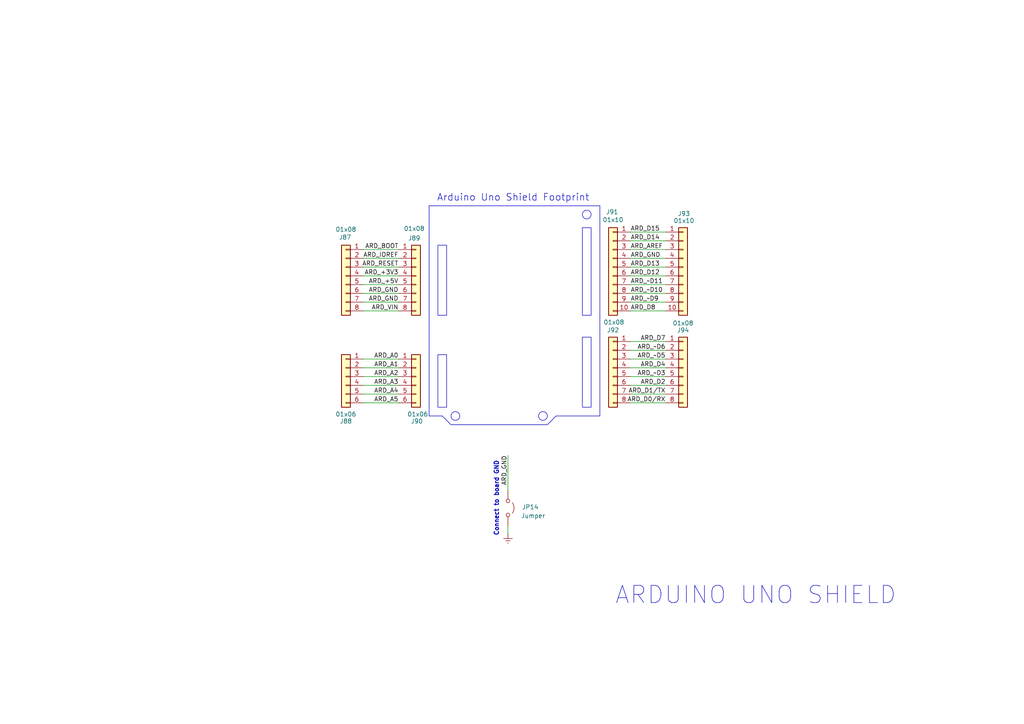
<source format=kicad_sch>
(kicad_sch (version 20231120) (generator "eeschema") (generator_version "8.0")
  (paper "A4")
  (title_block (title "ProtoConn Schematics") (date "2024-12-01") (rev "1") (company "@pakequis"))
  (lib_symbols
    (symbol "Connector_Generic:Conn_01x06" (pin_names (offset 1.016) hide)
      (property "Reference" "J" (at 0 7.62 0))
      (property "Value" "Conn_01x06" (at 0 -10.16 0))
      (symbol "Conn_01x06_1_1"
        (rectangle (start -1.27 -7.493) (end 0 -7.747) (stroke (width 0.1524)))
        (rectangle (start -1.27 -4.953) (end 0 -5.207) (stroke (width 0.1524)))
        (rectangle (start -1.27 -2.413) (end 0 -2.667) (stroke (width 0.1524)))
        (rectangle (start -1.27 0.127) (end 0 -0.127) (stroke (width 0.1524)))
        (rectangle (start -1.27 2.667) (end 0 2.413) (stroke (width 0.1524)))
        (rectangle (start -1.27 5.207) (end 0 4.953) (stroke (width 0.1524)))
        (rectangle (start -1.27 6.35) (end 1.27 -8.89) (stroke (width 0.254)) (fill (type background)))
        (pin passive line (at -5.08 5.08 0) (length 3.81) (name "Pin_1") (number "1"))
        (pin passive line (at -5.08 2.54 0) (length 3.81) (name "Pin_2") (number "2"))
        (pin passive line (at -5.08 0 0) (length 3.81) (name "Pin_3") (number "3"))
        (pin passive line (at -5.08 -2.54 0) (length 3.81) (name "Pin_4") (number "4"))
        (pin passive line (at -5.08 -5.08 0) (length 3.81) (name "Pin_5") (number "5"))
        (pin passive line (at -5.08 -7.62 0) (length 3.81) (name "Pin_6") (number "6"))
      )
    )
    (symbol "Connector_Generic:Conn_01x08" (pin_names (offset 1.016) hide)
      (property "Reference" "J" (at 0 10.16 0))
      (property "Value" "Conn_01x08" (at 0 -12.7 0))
      (symbol "Conn_01x08_1_1"
        (rectangle (start -1.27 -10.033) (end 0 -10.287) (stroke (width 0.1524)))
        (rectangle (start -1.27 -7.493) (end 0 -7.747) (stroke (width 0.1524)))
        (rectangle (start -1.27 -4.953) (end 0 -5.207) (stroke (width 0.1524)))
        (rectangle (start -1.27 -2.413) (end 0 -2.667) (stroke (width 0.1524)))
        (rectangle (start -1.27 0.127) (end 0 -0.127) (stroke (width 0.1524)))
        (rectangle (start -1.27 2.667) (end 0 2.413) (stroke (width 0.1524)))
        (rectangle (start -1.27 5.207) (end 0 4.953) (stroke (width 0.1524)))
        (rectangle (start -1.27 7.747) (end 0 7.493) (stroke (width 0.1524)))
        (rectangle (start -1.27 8.89) (end 1.27 -11.43) (stroke (width 0.254)) (fill (type background)))
        (pin passive line (at -5.08 7.62 0) (length 3.81) (name "Pin_1") (number "1"))
        (pin passive line (at -5.08 5.08 0) (length 3.81) (name "Pin_2") (number "2"))
        (pin passive line (at -5.08 2.54 0) (length 3.81) (name "Pin_3") (number "3"))
        (pin passive line (at -5.08 0 0) (length 3.81) (name "Pin_4") (number "4"))
        (pin passive line (at -5.08 -2.54 0) (length 3.81) (name "Pin_5") (number "5"))
        (pin passive line (at -5.08 -5.08 0) (length 3.81) (name "Pin_6") (number "6"))
        (pin passive line (at -5.08 -7.62 0) (length 3.81) (name "Pin_7") (number "7"))
        (pin passive line (at -5.08 -10.16 0) (length 3.81) (name "Pin_8") (number "8"))
      )
    )
    (symbol "Connector_Generic:Conn_01x10" (pin_names (offset 1.016) hide)
      (property "Reference" "J" (at 0 12.7 0))
      (property "Value" "Conn_01x10" (at 0 -15.24 0))
      (symbol "Conn_01x10_1_1"
        (rectangle (start -1.27 -12.573) (end 0 -12.827) (stroke (width 0.1524)))
        (rectangle (start -1.27 -10.033) (end 0 -10.287) (stroke (width 0.1524)))
        (rectangle (start -1.27 -7.493) (end 0 -7.747) (stroke (width 0.1524)))
        (rectangle (start -1.27 -4.953) (end 0 -5.207) (stroke (width 0.1524)))
        (rectangle (start -1.27 -2.413) (end 0 -2.667) (stroke (width 0.1524)))
        (rectangle (start -1.27 0.127) (end 0 -0.127) (stroke (width 0.1524)))
        (rectangle (start -1.27 2.667) (end 0 2.413) (stroke (width 0.1524)))
        (rectangle (start -1.27 5.207) (end 0 4.953) (stroke (width 0.1524)))
        (rectangle (start -1.27 7.747) (end 0 7.493) (stroke (width 0.1524)))
        (rectangle (start -1.27 10.287) (end 0 10.033) (stroke (width 0.1524)))
        (rectangle (start -1.27 11.43) (end 1.27 -13.97) (stroke (width 0.254)) (fill (type background)))
        (pin passive line (at -5.08 10.16 0) (length 3.81) (name "Pin_1") (number "1"))
        (pin passive line (at -5.08 -12.7 0) (length 3.81) (name "Pin_10") (number "10"))
        (pin passive line (at -5.08 7.62 0) (length 3.81) (name "Pin_2") (number "2"))
        (pin passive line (at -5.08 5.08 0) (length 3.81) (name "Pin_3") (number "3"))
        (pin passive line (at -5.08 2.54 0) (length 3.81) (name "Pin_4") (number "4"))
        (pin passive line (at -5.08 0 0) (length 3.81) (name "Pin_5") (number "5"))
        (pin passive line (at -5.08 -2.54 0) (length 3.81) (name "Pin_6") (number "6"))
        (pin passive line (at -5.08 -5.08 0) (length 3.81) (name "Pin_7") (number "7"))
        (pin passive line (at -5.08 -7.62 0) (length 3.81) (name "Pin_8") (number "8"))
        (pin passive line (at -5.08 -10.16 0) (length 3.81) (name "Pin_9") (number "9"))
      )
    )
    (symbol "Jumper:Jumper_2_Open" (pin_numbers hide) (pin_names (offset 0) hide) (exclude_from_sim yes)
      (property "Reference" "JP" (at 0 2.794 0))
      (property "Value" "Jumper_2_Open" (at 0 -2.286 0))
      (symbol "Jumper_2_Open_0_0"
        (circle (center -2.032 0) (radius 0.508))
        (circle (center 2.032 0) (radius 0.508))
      )
      (symbol "Jumper_2_Open_0_1"
        (arc (start 1.524 1.27) (mid 0 1.778) (end -1.524 1.27))
      )
      (symbol "Jumper_2_Open_1_1"
        (pin passive line (at -5.08 0 0) (length 2.54) (name "A") (number "1"))
        (pin passive line (at 5.08 0 180) (length 2.54) (name "B") (number "2"))
      )
    )
    (symbol "power:GNDREF" (power) (pin_numbers hide) (pin_names (offset 0) hide)
      (property "Value" "GNDREF" (at 0 -3.81 0))
      (symbol "GNDREF_0_1"
        (polyline (pts (xy -0.635 -1.905) (xy 0.635 -1.905)))
        (polyline (pts (xy -0.127 -2.54) (xy 0.127 -2.54)))
        (polyline (pts (xy 0 -1.27) (xy 0 0)))
        (polyline (pts (xy 1.27 -1.27) (xy -1.27 -1.27)))
      )
      (symbol "GNDREF_1_1"
        (pin power_in line (at 0 0 270) (length 0) (name "~") (number "1"))
      )
    )
  )
  (polyline (pts (xy 124.46 59.69) (xy 124.46 120.65)))
  (wire (pts (xy 105.41 90.17) (xy 115.57 90.17)))
  (wire (pts (xy 105.41 72.39) (xy 115.57 72.39)))
  (polyline (pts (xy 173.99 120.65) (xy 161.29 120.65)))
  (polyline (pts (xy 130.81 123.19) (xy 128.27 120.65)))
  (wire (pts (xy 193.04 67.31) (xy 182.88 67.31)))
  (wire (pts (xy 105.41 109.22) (xy 115.57 109.22)))
  (polyline (pts (xy 173.99 59.69) (xy 173.99 120.65)))
  (wire (pts (xy 182.88 114.3) (xy 193.04 114.3)))
  (wire (pts (xy 105.41 82.55) (xy 115.57 82.55)))
  (polyline (pts (xy 128.27 120.65) (xy 127 120.65)))
  (wire (pts (xy 182.88 106.68) (xy 193.04 106.68)))
  (wire (pts (xy 182.88 109.22) (xy 193.04 109.22)))
  (polyline (pts (xy 161.29 120.65) (xy 158.75 123.19)))
  (wire (pts (xy 105.41 80.01) (xy 115.57 80.01)))
  (wire (pts (xy 105.41 74.93) (xy 115.57 74.93)))
  (wire (pts (xy 193.04 90.17) (xy 182.88 90.17)))
  (wire (pts (xy 182.88 116.84) (xy 193.04 116.84)))
  (wire (pts (xy 105.41 114.3) (xy 115.57 114.3)))
  (wire (pts (xy 105.41 85.09) (xy 115.57 85.09)))
  (wire (pts (xy 105.41 111.76) (xy 115.57 111.76)))
  (wire (pts (xy 182.88 104.14) (xy 193.04 104.14)))
  (polyline (pts (xy 127 120.65) (xy 124.46 120.65)))
  (wire (pts (xy 105.41 104.14) (xy 115.57 104.14)))
  (wire (pts (xy 147.32 132.08) (xy 147.32 142.24)))
  (wire (pts (xy 193.04 72.39) (xy 182.88 72.39)))
  (wire (pts (xy 182.88 99.06) (xy 193.04 99.06)))
  (wire (pts (xy 105.41 116.84) (xy 115.57 116.84)))
  (wire (pts (xy 182.88 101.6) (xy 193.04 101.6)))
  (wire (pts (xy 193.04 85.09) (xy 182.88 85.09)))
  (wire (pts (xy 105.41 77.47) (xy 115.57 77.47)))
  (wire (pts (xy 193.04 77.47) (xy 182.88 77.47)))
  (wire (pts (xy 193.04 74.93) (xy 182.88 74.93)))
  (wire (pts (xy 193.04 87.63) (xy 182.88 87.63)))
  (wire (pts (xy 182.88 111.76) (xy 193.04 111.76)))
  (wire (pts (xy 193.04 80.01) (xy 182.88 80.01)))
  (wire (pts (xy 105.41 87.63) (xy 115.57 87.63)))
  (wire (pts (xy 193.04 82.55) (xy 182.88 82.55)))
  (wire (pts (xy 105.41 106.68) (xy 115.57 106.68)))
  (wire (pts (xy 193.04 69.85) (xy 182.88 69.85)))
  (wire (pts (xy 147.32 154.94) (xy 147.32 152.4)))
  (polyline (pts (xy 173.99 59.69) (xy 124.46 59.69)))
  (polyline (pts (xy 158.75 123.19) (xy 130.81 123.19)))
  (rectangle (start 127 102.87) (end 129.54 118.11))
  (rectangle (start 127 71.12) (end 129.54 91.44))
  (circle (center 170.18 62.23) (radius 1.27))
  (circle (center 157.48 120.65) (radius 1.27))
  (circle (center 132.08 120.65) (radius 1.27))
  (rectangle (start 168.91 66.04) (end 171.45 91.44))
  (rectangle (start 168.91 97.79) (end 171.45 118.11))
  (text "Arduino Uno Shield Footprint" (at 148.844 57.404 0) (effects (font (size 2 2))))
  (text "ARDUINO UNO SHIELD" (at 219.202 172.72 0) (effects (font (size 5 5))))
  (text "Connect to board GND" (at 144.018 133.604 90) (effects (font (size 1.27 1.27) (thickness 0.254) (bold yes)) (justify right)))
  (label "ARD_+3V3" (at 115.57 80.01 180))
  (label "ARD_+5V" (at 115.57 82.55 180))
  (label "ARD_~D11" (at 182.88 82.55 0))
  (label "ARD_GND" (at 115.57 87.63 180))
  (label "ARD_D1{slash}TX" (at 193.04 114.3 180))
  (label "ARD_IOREF" (at 115.57 74.93 180))
  (label "ARD_D13" (at 182.88 77.47 0))
  (label "ARD_~D9" (at 182.88 87.63 0))
  (label "ARD_D2" (at 193.04 111.76 180))
  (label "ARD_~D10" (at 182.88 85.09 0))
  (label "ARD_~D6" (at 193.04 101.6 180))
  (label "ARD_AREF" (at 182.88 72.39 0))
  (label "ARD_GND" (at 182.88 74.93 0))
  (label "ARD_RESET" (at 115.57 77.47 180))
  (label "ARD_VIN" (at 115.57 90.17 180))
  (label "ARD_A1" (at 115.57 106.68 180))
  (label "ARD_D0{slash}RX" (at 193.04 116.84 180))
  (label "ARD_GND" (at 147.32 132.08 270))
  (label "ARD_GND" (at 115.57 85.09 180))
  (label "ARD_A4" (at 115.57 114.3 180))
  (label "ARD_D7" (at 193.04 99.06 180))
  (label "ARD_D12" (at 182.88 80.01 0))
  (label "ARD_D14" (at 182.88 69.85 0))
  (label "ARD_D15" (at 182.88 67.31 0))
  (label "ARD_A0" (at 115.57 104.14 180))
  (label "ARD_A3" (at 115.57 111.76 180))
  (label "ARD_A2" (at 115.57 109.22 180))
  (label "ARD_BOOT" (at 115.57 72.39 180))
  (label "ARD_A5" (at 115.57 116.84 180))
  (label "ARD_~D3" (at 193.04 109.22 180))
  (label "ARD_D4" (at 193.04 106.68 180))
  (label "ARD_~D5" (at 193.04 104.14 180))
  (label "ARD_D8" (at 182.88 90.17 0))
  (symbol (lib_id "Connector_Generic:Conn_01x08") (at 100.33 80.01 0) (mirror y) (unit 1)
    (property "Reference" "J87" (at 100.076 68.834 0))
    (property "Value" "01x08" (at 100.33 66.548 0))
    (property "Footprint" "Connector_PinHeader_2.54mm:PinHeader_1x08_P2.54mm_Vertical" (effects (hide yes)))
    (property "Description" "Generic connector, single row, 01x08, script generated (kicad-library-utils/schlib/autogen/connector/)" (effects (hide yes)))
  )
  (symbol (lib_id "Connector_Generic:Conn_01x08") (at 177.8 106.68 0) (mirror y) (unit 1)
    (property "Reference" "J92" (at 177.8 95.758 0))
    (property "Value" "01x08" (at 178.054 93.472 0))
    (property "Footprint" "Connector_PinSocket_2.54mm:PinSocket_1x08_P2.54mm_Vertical" (effects (hide yes)))
    (property "Description" "Generic connector, single row, 01x08, script generated (kicad-library-utils/schlib/autogen/connector/)" (effects (hide yes)))
  )
  (symbol (lib_id "Connector_Generic:Conn_01x06") (at 120.65 109.22 0) (unit 1)
    (property "Reference" "J90" (at 120.904 122.174 0))
    (property "Value" "01x06" (at 121.158 120.142 0))
    (property "Footprint" "Connector_PinSocket_2.54mm:PinSocket_1x06_P2.54mm_Vertical" (effects (hide yes)))
    (property "Description" "Generic connector, single row, 01x06, script generated (kicad-library-utils/schlib/autogen/connector/)" (effects (hide yes)))
  )
  (symbol (lib_id "Connector_Generic:Conn_01x06") (at 100.33 109.22 0) (mirror y) (unit 1)
    (property "Reference" "J88" (at 100.33 122.174 0))
    (property "Value" "01x06" (at 100.33 120.142 0))
    (property "Footprint" "Connector_PinHeader_2.54mm:PinHeader_1x06_P2.54mm_Vertical" (effects (hide yes)))
    (property "Description" "Generic connector, single row, 01x06, script generated (kicad-library-utils/schlib/autogen/connector/)" (effects (hide yes)))
  )
  (symbol (lib_id "power:GNDREF") (at 147.32 154.94 0) (unit 1)
    (property "Reference" "#PWR016" (effects (hide yes)))
    (property "Value" "GNDREF" (effects (hide yes)))
    (property "Description" "Power symbol creates a global label with name \"GNDREF\" , reference supply ground" (effects (hide yes)))
  )
  (symbol (lib_id "Connector_Generic:Conn_01x10") (at 198.12 77.47 0) (unit 1)
    (property "Reference" "J93" (at 198.374 61.976 0))
    (property "Value" "01x10" (at 198.374 64.008 0))
    (property "Footprint" "Connector_PinHeader_2.54mm:PinHeader_1x10_P2.54mm_Vertical" (effects (hide yes)))
    (property "Description" "Generic connector, single row, 01x10, script generated (kicad-library-utils/schlib/autogen/connector/)" (effects (hide yes)))
  )
  (symbol (lib_id "Jumper:Jumper_2_Open") (at 147.32 147.32 270) (unit 1) (exclude_from_sim yes)
    (property "Reference" "JP14" (at 151.384 147.066 90) (effects (justify left)))
    (property "Value" "Jumper" (at 151.13 149.606 90) (effects (justify left)))
    (property "Footprint" "Connector_PinHeader_2.54mm:PinHeader_1x02_P2.54mm_Vertical" (effects (hide yes)))
    (property "Description" "Jumper, 2-pole, open" (effects (hide yes)))
  )
  (symbol (lib_id "Connector_Generic:Conn_01x08") (at 198.12 106.68 0) (unit 1)
    (property "Reference" "J94" (at 198.12 95.758 0))
    (property "Value" "01x08" (at 198.12 93.726 0))
    (property "Footprint" "Connector_PinHeader_2.54mm:PinHeader_1x08_P2.54mm_Vertical" (effects (hide yes)))
    (property "Description" "Generic connector, single row, 01x08, script generated (kicad-library-utils/schlib/autogen/connector/)" (effects (hide yes)))
  )
  (symbol (lib_id "Connector_Generic:Conn_01x10") (at 177.8 77.47 0) (mirror y) (unit 1)
    (property "Reference" "J91" (at 177.546 61.468 0))
    (property "Value" "01x10" (at 177.8 63.754 0))
    (property "Footprint" "Connector_PinSocket_2.54mm:PinSocket_1x10_P2.54mm_Vertical" (effects (hide yes)))
    (property "Description" "Generic connector, single row, 01x10, script generated (kicad-library-utils/schlib/autogen/connector/)" (effects (hide yes)))
  )
  (symbol (lib_id "Connector_Generic:Conn_01x08") (at 120.65 80.01 0) (unit 1)
    (property "Reference" "J89" (at 120.142 69.088 0))
    (property "Value" "01x08" (at 120.142 66.294 0))
    (property "Footprint" "Connector_PinSocket_2.54mm:PinSocket_1x08_P2.54mm_Vertical" (effects (hide yes)))
    (property "Description" "Generic connector, single row, 01x08, script generated (kicad-library-utils/schlib/autogen/connector/)" (effects (hide yes)))
  )
)
</source>
